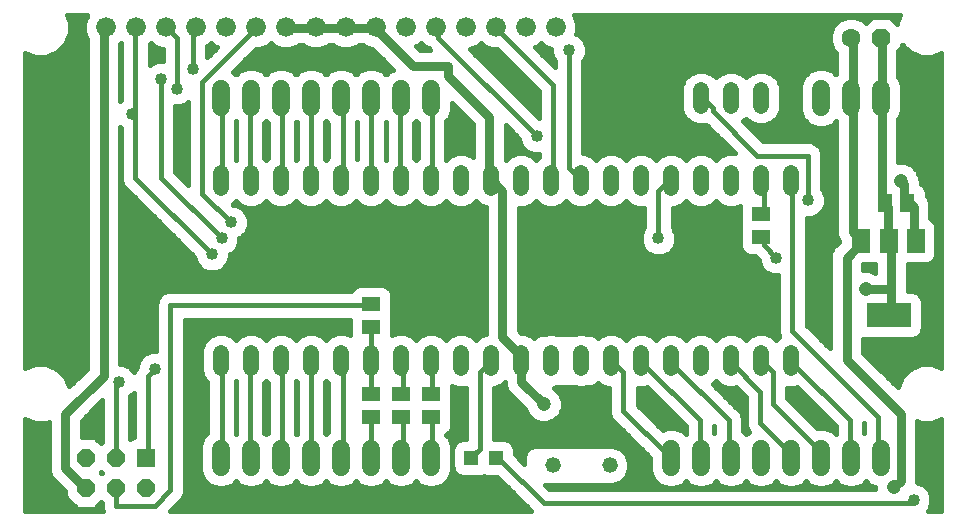
<source format=gtl>
G75*
G70*
%OFA0B0*%
%FSLAX24Y24*%
%IPPOS*%
%LPD*%
%AMOC8*
5,1,8,0,0,1.08239X$1,22.5*
%
%ADD10C,0.0520*%
%ADD11C,0.0660*%
%ADD12C,0.0520*%
%ADD13C,0.0600*%
%ADD14R,0.0472X0.0472*%
%ADD15R,0.0630X0.0512*%
%ADD16R,0.0600X0.0600*%
%ADD17OC8,0.0600*%
%ADD18OC8,0.0630*%
%ADD19C,0.0630*%
%ADD20R,0.0591X0.0787*%
%ADD21R,0.1496X0.0787*%
%ADD22R,0.0512X0.0591*%
%ADD23C,0.0315*%
%ADD24C,0.0475*%
%ADD25C,0.0157*%
%ADD26C,0.0400*%
%ADD27C,0.0160*%
D10*
X007181Y005522D02*
X007181Y006042D01*
X008181Y006042D02*
X008181Y005522D01*
X009181Y005522D02*
X009181Y006042D01*
X010181Y006042D02*
X010181Y005522D01*
X011181Y005522D02*
X011181Y006042D01*
X012181Y006042D02*
X012181Y005522D01*
X013181Y005522D02*
X013181Y006042D01*
X014181Y006042D02*
X014181Y005522D01*
X015181Y005522D02*
X015181Y006042D01*
X016181Y006042D02*
X016181Y005522D01*
X017181Y005522D02*
X017181Y006042D01*
X018181Y006042D02*
X018181Y005522D01*
X019181Y005522D02*
X019181Y006042D01*
X020181Y006042D02*
X020181Y005522D01*
X021181Y005522D02*
X021181Y006042D01*
X022181Y006042D02*
X022181Y005522D01*
X023181Y005522D02*
X023181Y006042D01*
X024181Y006042D02*
X024181Y005522D01*
X025181Y005522D02*
X025181Y006042D01*
X026181Y006042D02*
X026181Y005522D01*
X026181Y011522D02*
X026181Y012042D01*
X025181Y012042D02*
X025181Y011522D01*
X024181Y011522D02*
X024181Y012042D01*
X023181Y012042D02*
X023181Y011522D01*
X022181Y011522D02*
X022181Y012042D01*
X021181Y012042D02*
X021181Y011522D01*
X020181Y011522D02*
X020181Y012042D01*
X019181Y012042D02*
X019181Y011522D01*
X018181Y011522D02*
X018181Y012042D01*
X017181Y012042D02*
X017181Y011522D01*
X016181Y011522D02*
X016181Y012042D01*
X015181Y012042D02*
X015181Y011522D01*
X014181Y011522D02*
X014181Y012042D01*
X013181Y012042D02*
X013181Y011522D01*
X012181Y011522D02*
X012181Y012042D01*
X011181Y012042D02*
X011181Y011522D01*
X010181Y011522D02*
X010181Y012042D01*
X009181Y012042D02*
X009181Y011522D01*
X008181Y011522D02*
X008181Y012042D01*
X007181Y012042D02*
X007181Y011522D01*
X023181Y014272D02*
X023181Y014792D01*
X024181Y014792D02*
X024181Y014272D01*
X025181Y014272D02*
X025181Y014792D01*
D11*
X018333Y016885D03*
X017333Y016885D03*
X016333Y016885D03*
X015333Y016885D03*
X014333Y016885D03*
X013333Y016885D03*
X012333Y016885D03*
X011333Y016885D03*
X010333Y016885D03*
X009333Y016885D03*
X008333Y016885D03*
X007333Y016885D03*
X006333Y016885D03*
X005333Y016885D03*
X004333Y016885D03*
X003333Y016885D03*
D12*
X018231Y002282D03*
X020131Y002282D03*
D13*
X022181Y002232D02*
X022181Y002832D01*
X023181Y002832D02*
X023181Y002232D01*
X024181Y002232D02*
X024181Y002832D01*
X025181Y002832D02*
X025181Y002232D01*
X026181Y002232D02*
X026181Y002832D01*
X027181Y002832D02*
X027181Y002232D01*
X028181Y002232D02*
X028181Y002832D01*
X029181Y002832D02*
X029181Y002232D01*
X014181Y002232D02*
X014181Y002832D01*
X013181Y002832D02*
X013181Y002232D01*
X012181Y002232D02*
X012181Y002832D01*
X011181Y002832D02*
X011181Y002232D01*
X010181Y002232D02*
X010181Y002832D01*
X009181Y002832D02*
X009181Y002232D01*
X008181Y002232D02*
X008181Y002832D01*
X007181Y002832D02*
X007181Y002232D01*
X007181Y014232D02*
X007181Y014832D01*
X008181Y014832D02*
X008181Y014232D01*
X009181Y014232D02*
X009181Y014832D01*
X010181Y014832D02*
X010181Y014232D01*
X011181Y014232D02*
X011181Y014832D01*
X012181Y014832D02*
X012181Y014232D01*
X013181Y014232D02*
X013181Y014832D01*
X014181Y014832D02*
X014181Y014232D01*
X027181Y014232D02*
X027181Y014832D01*
X028181Y014832D02*
X028181Y014232D01*
X029181Y014232D02*
X029181Y014832D01*
D14*
X016345Y002532D03*
X015518Y002532D03*
D15*
X014181Y003908D03*
X013181Y003908D03*
X012181Y003908D03*
X012181Y004656D03*
X013181Y004656D03*
X014181Y004656D03*
X012181Y006908D03*
X012181Y007656D03*
X025181Y009908D03*
X025181Y010656D03*
D16*
X004681Y002532D03*
D17*
X003681Y002532D03*
X002681Y002532D03*
X002681Y001532D03*
X003681Y001532D03*
X004681Y001532D03*
D18*
X029181Y016532D03*
D19*
X028181Y016532D03*
D20*
X028526Y009772D03*
X029431Y009772D03*
X030337Y009772D03*
D21*
X029431Y007292D03*
D22*
X029307Y011032D03*
X030055Y011032D03*
D23*
X029945Y011125D01*
X029945Y011656D01*
X029839Y011763D01*
X029201Y011125D02*
X029307Y011032D01*
X029307Y011018D01*
X029414Y010912D01*
X029414Y009849D01*
X029431Y009772D01*
X029520Y009637D01*
X029520Y008148D01*
X028670Y008148D01*
X029520Y008148D02*
X029520Y007298D01*
X029431Y007292D01*
X028032Y005810D02*
X028032Y009211D01*
X028457Y009637D01*
X028526Y009772D01*
X028457Y009849D01*
X028244Y010062D01*
X028244Y014526D01*
X028181Y014532D01*
X028244Y014633D01*
X028244Y016440D01*
X028181Y016532D01*
X029181Y016532D02*
X029201Y016440D01*
X029201Y014633D01*
X029181Y014532D01*
X029201Y014420D01*
X029201Y011125D01*
X030055Y011032D02*
X030158Y011018D01*
X030264Y010912D01*
X030264Y009849D01*
X030337Y009772D01*
X028032Y005810D02*
X029839Y004003D01*
X029839Y001770D01*
X029626Y001558D01*
X017933Y004322D02*
X017189Y005066D01*
X017189Y005703D01*
X017181Y005782D01*
X017189Y005916D01*
X016551Y006554D01*
X016551Y011444D01*
X016233Y011763D01*
X016181Y011782D01*
X016126Y011869D01*
X016126Y013889D01*
X014744Y015270D01*
X014744Y015589D01*
X013575Y015589D01*
X012406Y016759D01*
X012333Y016885D01*
X012300Y016865D01*
X011449Y016865D01*
X011333Y016885D01*
X011237Y016865D01*
X010492Y016865D01*
X010333Y016885D01*
X010280Y016865D01*
X009429Y016865D01*
X009333Y016885D01*
X003333Y016885D02*
X003264Y016865D01*
X003264Y005278D01*
X001989Y004003D01*
X001989Y002196D01*
X002626Y001558D01*
X002681Y001532D01*
D24*
X017933Y004322D03*
X028670Y008148D03*
X029839Y011763D03*
X029626Y001558D03*
D25*
X030264Y001133D02*
X030264Y001026D01*
X017933Y001026D01*
X016445Y002514D01*
X016345Y002532D01*
X015807Y002833D02*
X015807Y005385D01*
X016126Y005703D01*
X016181Y005782D01*
X014213Y005703D02*
X014213Y004747D01*
X014181Y004656D01*
X013256Y004747D02*
X013181Y004656D01*
X013256Y004747D02*
X013256Y005703D01*
X013181Y005782D01*
X012193Y005810D02*
X012181Y005782D01*
X012193Y005703D01*
X012193Y004747D01*
X012181Y004656D01*
X012181Y003908D02*
X012193Y003896D01*
X012193Y002621D01*
X012181Y002532D01*
X011237Y002621D02*
X011181Y002532D01*
X011237Y002621D02*
X011237Y005703D01*
X011181Y005782D01*
X012193Y005810D02*
X012193Y006873D01*
X012181Y006908D01*
X012087Y007617D02*
X012181Y007656D01*
X012087Y007617D02*
X005496Y007617D01*
X005496Y001451D01*
X004965Y000920D01*
X003689Y000920D01*
X003689Y001451D01*
X003681Y001532D01*
X003681Y002532D02*
X003689Y002621D01*
X003689Y004959D01*
X003796Y005066D01*
X004752Y005278D02*
X004752Y002621D01*
X004681Y002532D01*
X007181Y002532D02*
X007197Y002621D01*
X007197Y005703D01*
X007181Y005782D01*
X008154Y005703D02*
X008181Y005782D01*
X008154Y005703D02*
X008154Y002621D01*
X008181Y002532D01*
X009181Y002532D02*
X009217Y002621D01*
X009217Y005703D01*
X009181Y005782D01*
X010174Y005703D02*
X010181Y005782D01*
X010174Y005703D02*
X010174Y002621D01*
X010181Y002532D01*
X013181Y002532D02*
X013256Y002621D01*
X013256Y003896D01*
X013181Y003908D01*
X014181Y003908D02*
X014213Y003896D01*
X014213Y002621D01*
X014181Y002532D01*
X015518Y002532D02*
X015595Y002621D01*
X015807Y002833D01*
X014213Y005703D02*
X014181Y005782D01*
X020181Y005782D02*
X020272Y005703D01*
X020591Y005385D01*
X020591Y004109D01*
X022079Y002621D01*
X022181Y002532D01*
X023142Y002621D02*
X023181Y002532D01*
X023142Y002621D02*
X023142Y003790D01*
X021229Y005703D01*
X021181Y005782D01*
X022181Y005782D02*
X022185Y005703D01*
X024099Y003790D01*
X024099Y002621D01*
X024181Y002532D01*
X025162Y003684D02*
X026118Y002727D01*
X026118Y002621D01*
X026181Y002532D01*
X027181Y002532D02*
X027181Y002727D01*
X025587Y004322D01*
X025587Y005385D01*
X025268Y005703D01*
X025181Y005782D01*
X026181Y005782D02*
X026225Y005703D01*
X028138Y003790D01*
X028138Y002621D01*
X028181Y002532D01*
X029095Y002621D02*
X029181Y002532D01*
X029095Y002621D02*
X029095Y003896D01*
X026225Y006766D01*
X026225Y011763D01*
X026181Y011782D01*
X026756Y011125D02*
X026756Y012613D01*
X025055Y012613D01*
X023567Y014101D01*
X023567Y014207D01*
X023248Y014526D01*
X023181Y014532D01*
X018784Y016121D02*
X018784Y012188D01*
X019103Y011869D01*
X019181Y011782D01*
X018252Y011869D02*
X018181Y011782D01*
X018252Y011869D02*
X018252Y014951D01*
X016339Y016865D01*
X016333Y016885D01*
X014426Y016865D02*
X014426Y016546D01*
X017721Y013251D01*
X014213Y014526D02*
X014213Y011869D01*
X014181Y011782D01*
X013181Y011782D02*
X013150Y011869D01*
X013150Y014526D01*
X013181Y014532D01*
X012193Y014526D02*
X012181Y014532D01*
X012193Y014526D02*
X012193Y011869D01*
X012181Y011782D01*
X011237Y011869D02*
X011181Y011782D01*
X011237Y011869D02*
X011237Y014526D01*
X011181Y014532D01*
X010181Y014532D02*
X010174Y014526D01*
X010174Y011869D01*
X010181Y011782D01*
X009217Y011869D02*
X009181Y011782D01*
X009217Y011869D02*
X009217Y014526D01*
X009181Y014532D01*
X008181Y014532D02*
X008154Y014526D01*
X008154Y011869D01*
X008181Y011782D01*
X007197Y011869D02*
X007181Y011782D01*
X007197Y011869D02*
X007197Y014526D01*
X007181Y014532D01*
X006559Y015058D02*
X008260Y016759D01*
X008260Y016865D01*
X008333Y016885D01*
X006333Y016885D02*
X006240Y016865D01*
X006240Y015483D01*
X006559Y015058D02*
X006559Y011337D01*
X007516Y010381D01*
X007197Y009849D02*
X005177Y011869D01*
X005177Y015164D01*
X005709Y014845D02*
X005709Y016546D01*
X005390Y016865D01*
X005333Y016885D01*
X004333Y016885D02*
X004327Y016865D01*
X004327Y014101D01*
X004221Y013995D01*
X004327Y013995D01*
X004327Y011869D01*
X006878Y009318D01*
X004965Y005491D02*
X004752Y005278D01*
X014181Y014532D02*
X014213Y014526D01*
X014426Y016865D02*
X014333Y016885D01*
X021760Y011444D02*
X022079Y011763D01*
X022181Y011782D01*
X021760Y011444D02*
X021760Y009849D01*
X025181Y009908D02*
X025268Y009849D01*
X025268Y009637D01*
X025693Y009211D01*
X025181Y010656D02*
X025268Y010700D01*
X025268Y011763D01*
X025181Y011782D01*
X024181Y005782D02*
X024205Y005703D01*
X025162Y004747D01*
X025162Y003684D01*
D26*
X030264Y001133D03*
X025693Y009211D03*
X026756Y011125D03*
X021760Y009849D03*
X017721Y013251D03*
X018784Y016121D03*
X007516Y010381D03*
X007197Y009849D03*
X006878Y009318D03*
X004965Y005491D03*
X003796Y005066D03*
X004221Y013995D03*
X005709Y014845D03*
X005177Y015164D03*
X006240Y015483D03*
D27*
X003242Y000762D02*
X000661Y000762D01*
X000661Y003837D01*
X000974Y003708D01*
X001361Y003708D01*
X001436Y003739D01*
X001436Y002086D01*
X001520Y001883D01*
X001676Y001727D01*
X001986Y001416D01*
X001986Y001244D01*
X002394Y000837D01*
X002969Y000837D01*
X003181Y001049D01*
X003216Y001015D01*
X003216Y000826D01*
X003242Y000762D01*
X003216Y000916D02*
X003048Y000916D01*
X002314Y000916D02*
X000661Y000916D01*
X000661Y001075D02*
X002156Y001075D01*
X001997Y001233D02*
X000661Y001233D01*
X000661Y001392D02*
X001986Y001392D01*
X001852Y001551D02*
X000661Y001551D01*
X000661Y001709D02*
X001694Y001709D01*
X001535Y001868D02*
X000661Y001868D01*
X000661Y002026D02*
X001461Y002026D01*
X001436Y002185D02*
X000661Y002185D01*
X000661Y002343D02*
X001436Y002343D01*
X001436Y002502D02*
X000661Y002502D01*
X000661Y002660D02*
X001436Y002660D01*
X001436Y002819D02*
X000661Y002819D01*
X000661Y002977D02*
X001436Y002977D01*
X001436Y003136D02*
X000661Y003136D01*
X000661Y003295D02*
X001436Y003295D01*
X001436Y003453D02*
X000661Y003453D01*
X000661Y003612D02*
X001436Y003612D01*
X000824Y003770D02*
X000661Y003770D01*
X002541Y003774D02*
X002541Y003227D01*
X002969Y003227D01*
X003181Y003015D01*
X003216Y003049D01*
X003216Y004449D01*
X002541Y003774D01*
X002541Y003770D02*
X003216Y003770D01*
X003216Y003612D02*
X002541Y003612D01*
X002541Y003453D02*
X003216Y003453D01*
X003216Y003295D02*
X002541Y003295D01*
X003060Y003136D02*
X003216Y003136D01*
X004163Y003169D02*
X004163Y004592D01*
X004279Y004707D01*
X004279Y003217D01*
X004163Y003169D01*
X004163Y003295D02*
X004279Y003295D01*
X004279Y003453D02*
X004163Y003453D01*
X004163Y003612D02*
X004279Y003612D01*
X004279Y003770D02*
X004163Y003770D01*
X004163Y003929D02*
X004279Y003929D01*
X004279Y004087D02*
X004163Y004087D01*
X004163Y004246D02*
X004279Y004246D01*
X004279Y004404D02*
X004163Y004404D01*
X004163Y004563D02*
X004279Y004563D01*
X003216Y004404D02*
X003171Y004404D01*
X003216Y004246D02*
X003013Y004246D01*
X002854Y004087D02*
X003216Y004087D01*
X003216Y003929D02*
X002696Y003929D01*
X002122Y004917D02*
X002712Y005507D01*
X002712Y016490D01*
X002608Y016740D01*
X002608Y017029D01*
X002718Y017295D01*
X002725Y017302D01*
X002047Y017302D01*
X002140Y017078D01*
X002140Y016691D01*
X001992Y016334D01*
X001718Y016060D01*
X001361Y015912D01*
X000974Y015912D01*
X000661Y016042D01*
X000661Y005522D01*
X000974Y005652D01*
X001361Y005652D01*
X001718Y005504D01*
X001992Y005230D01*
X002122Y004917D01*
X002071Y005039D02*
X002243Y005039D01*
X002402Y005197D02*
X002006Y005197D01*
X001867Y005356D02*
X002560Y005356D01*
X002712Y005514D02*
X001694Y005514D01*
X002712Y005673D02*
X000661Y005673D01*
X000661Y005831D02*
X002712Y005831D01*
X002712Y005990D02*
X000661Y005990D01*
X000661Y006148D02*
X002712Y006148D01*
X002712Y006307D02*
X000661Y006307D01*
X000661Y006465D02*
X002712Y006465D01*
X002712Y006624D02*
X000661Y006624D01*
X000661Y006782D02*
X002712Y006782D01*
X002712Y006941D02*
X000661Y006941D01*
X000661Y007100D02*
X002712Y007100D01*
X002712Y007258D02*
X000661Y007258D01*
X000661Y007417D02*
X002712Y007417D01*
X002712Y007575D02*
X000661Y007575D01*
X000661Y007734D02*
X002712Y007734D01*
X002712Y007892D02*
X000661Y007892D01*
X000661Y008051D02*
X002712Y008051D01*
X002712Y008209D02*
X000661Y008209D01*
X000661Y008368D02*
X002712Y008368D01*
X002712Y008526D02*
X000661Y008526D01*
X000661Y008685D02*
X002712Y008685D01*
X002712Y008844D02*
X000661Y008844D01*
X000661Y009002D02*
X002712Y009002D01*
X002712Y009161D02*
X000661Y009161D01*
X000661Y009319D02*
X002712Y009319D01*
X002712Y009478D02*
X000661Y009478D01*
X000661Y009636D02*
X002712Y009636D01*
X002712Y009795D02*
X000661Y009795D01*
X000661Y009953D02*
X002712Y009953D01*
X002712Y010112D02*
X000661Y010112D01*
X000661Y010270D02*
X002712Y010270D01*
X002712Y010429D02*
X000661Y010429D01*
X000661Y010588D02*
X002712Y010588D01*
X002712Y010746D02*
X000661Y010746D01*
X000661Y010905D02*
X002712Y010905D01*
X002712Y011063D02*
X000661Y011063D01*
X000661Y011222D02*
X002712Y011222D01*
X002712Y011380D02*
X000661Y011380D01*
X000661Y011539D02*
X002712Y011539D01*
X002712Y011697D02*
X000661Y011697D01*
X000661Y011856D02*
X002712Y011856D01*
X002712Y012014D02*
X000661Y012014D01*
X000661Y012173D02*
X002712Y012173D01*
X002712Y012331D02*
X000661Y012331D01*
X000661Y012490D02*
X002712Y012490D01*
X002712Y012649D02*
X000661Y012649D01*
X000661Y012807D02*
X002712Y012807D01*
X002712Y012966D02*
X000661Y012966D01*
X000661Y013124D02*
X002712Y013124D01*
X002712Y013283D02*
X000661Y013283D01*
X000661Y013441D02*
X002712Y013441D01*
X002712Y013600D02*
X000661Y013600D01*
X000661Y013758D02*
X002712Y013758D01*
X002712Y013917D02*
X000661Y013917D01*
X000661Y014075D02*
X002712Y014075D01*
X002712Y014234D02*
X000661Y014234D01*
X000661Y014393D02*
X002712Y014393D01*
X002712Y014551D02*
X000661Y014551D01*
X000661Y014710D02*
X002712Y014710D01*
X002712Y014868D02*
X000661Y014868D01*
X000661Y015027D02*
X002712Y015027D01*
X002712Y015185D02*
X000661Y015185D01*
X000661Y015344D02*
X002712Y015344D01*
X002712Y015502D02*
X000661Y015502D01*
X000661Y015661D02*
X002712Y015661D01*
X002712Y015819D02*
X000661Y015819D01*
X000661Y015978D02*
X000816Y015978D01*
X001519Y015978D02*
X002712Y015978D01*
X002712Y016137D02*
X001794Y016137D01*
X001953Y016295D02*
X002712Y016295D01*
X002712Y016454D02*
X002041Y016454D01*
X002107Y016612D02*
X002661Y016612D01*
X002608Y016771D02*
X002140Y016771D01*
X002140Y016929D02*
X002608Y016929D01*
X002632Y017088D02*
X002136Y017088D01*
X002070Y017246D02*
X002698Y017246D01*
X003816Y016343D02*
X003833Y016359D01*
X003853Y016339D01*
X003853Y014469D01*
X003816Y014432D01*
X003816Y016343D01*
X003816Y016295D02*
X003853Y016295D01*
X003853Y016137D02*
X003816Y016137D01*
X003816Y015978D02*
X003853Y015978D01*
X003853Y015819D02*
X003816Y015819D01*
X003816Y015661D02*
X003853Y015661D01*
X003853Y015502D02*
X003816Y015502D01*
X003816Y015344D02*
X003853Y015344D01*
X003853Y015185D02*
X003816Y015185D01*
X003816Y015027D02*
X003853Y015027D01*
X003853Y014868D02*
X003816Y014868D01*
X003816Y014710D02*
X003853Y014710D01*
X003853Y014551D02*
X003816Y014551D01*
X003816Y013558D02*
X003853Y013521D01*
X003853Y011775D01*
X003926Y011600D01*
X004059Y011467D01*
X006283Y009243D01*
X006283Y009199D01*
X006374Y008981D01*
X006541Y008813D01*
X006760Y008723D01*
X006997Y008723D01*
X007215Y008813D01*
X007383Y008981D01*
X007473Y009199D01*
X007473Y009320D01*
X007534Y009345D01*
X007701Y009512D01*
X007792Y009731D01*
X007792Y009851D01*
X007853Y009876D01*
X008020Y010044D01*
X008111Y010262D01*
X008111Y010499D01*
X008020Y010718D01*
X007853Y010885D01*
X007634Y010976D01*
X007591Y010976D01*
X007576Y010991D01*
X007681Y011096D01*
X007810Y010967D01*
X008051Y010867D01*
X008312Y010867D01*
X008552Y010967D01*
X008681Y011096D01*
X008810Y010967D01*
X009051Y010867D01*
X009312Y010867D01*
X009552Y010967D01*
X009681Y011096D01*
X009810Y010967D01*
X010051Y010867D01*
X010312Y010867D01*
X010552Y010967D01*
X010681Y011096D01*
X010810Y010967D01*
X011051Y010867D01*
X011312Y010867D01*
X011552Y010967D01*
X011681Y011096D01*
X011810Y010967D01*
X012051Y010867D01*
X012312Y010867D01*
X012552Y010967D01*
X012681Y011096D01*
X012810Y010967D01*
X013051Y010867D01*
X013312Y010867D01*
X013552Y010967D01*
X013681Y011096D01*
X013810Y010967D01*
X014051Y010867D01*
X014312Y010867D01*
X014552Y010967D01*
X014681Y011096D01*
X014810Y010967D01*
X015051Y010867D01*
X015312Y010867D01*
X015552Y010967D01*
X015681Y011096D01*
X015810Y010967D01*
X015999Y010889D01*
X015999Y006676D01*
X015810Y006597D01*
X015681Y006468D01*
X015552Y006597D01*
X015312Y006697D01*
X015051Y006697D01*
X014810Y006597D01*
X014681Y006468D01*
X014552Y006597D01*
X014312Y006697D01*
X014051Y006697D01*
X013810Y006597D01*
X013681Y006468D01*
X013552Y006597D01*
X013312Y006697D01*
X013051Y006697D01*
X012891Y006631D01*
X012891Y007243D01*
X012875Y007282D01*
X012891Y007322D01*
X012891Y007991D01*
X012831Y008136D01*
X012720Y008247D01*
X012575Y008307D01*
X011788Y008307D01*
X011643Y008247D01*
X011532Y008136D01*
X011513Y008091D01*
X005591Y008091D01*
X005402Y008091D01*
X005228Y008018D01*
X005095Y007885D01*
X005023Y007711D01*
X005023Y006086D01*
X004846Y006086D01*
X004628Y005995D01*
X004461Y005828D01*
X004370Y005609D01*
X004370Y005566D01*
X004351Y005547D01*
X004294Y005409D01*
X004133Y005570D01*
X003914Y005661D01*
X003816Y005661D01*
X003816Y013558D01*
X003816Y013441D02*
X003853Y013441D01*
X003853Y013283D02*
X003816Y013283D01*
X003816Y013124D02*
X003853Y013124D01*
X003853Y012966D02*
X003816Y012966D01*
X003816Y012807D02*
X003853Y012807D01*
X003853Y012649D02*
X003816Y012649D01*
X003816Y012490D02*
X003853Y012490D01*
X003853Y012331D02*
X003816Y012331D01*
X003816Y012173D02*
X003853Y012173D01*
X003853Y012014D02*
X003816Y012014D01*
X003816Y011856D02*
X003853Y011856D01*
X003885Y011697D02*
X003816Y011697D01*
X003816Y011539D02*
X003987Y011539D01*
X004146Y011380D02*
X003816Y011380D01*
X003816Y011222D02*
X004304Y011222D01*
X004463Y011063D02*
X003816Y011063D01*
X003816Y010905D02*
X004621Y010905D01*
X004780Y010746D02*
X003816Y010746D01*
X003816Y010588D02*
X004938Y010588D01*
X005097Y010429D02*
X003816Y010429D01*
X003816Y010270D02*
X005256Y010270D01*
X005414Y010112D02*
X003816Y010112D01*
X003816Y009953D02*
X005573Y009953D01*
X005731Y009795D02*
X003816Y009795D01*
X003816Y009636D02*
X005890Y009636D01*
X006048Y009478D02*
X003816Y009478D01*
X003816Y009319D02*
X006207Y009319D01*
X006299Y009161D02*
X003816Y009161D01*
X003816Y009002D02*
X006365Y009002D01*
X006511Y008844D02*
X003816Y008844D01*
X003816Y008685D02*
X015999Y008685D01*
X015999Y008526D02*
X003816Y008526D01*
X003816Y008368D02*
X015999Y008368D01*
X015999Y008209D02*
X012758Y008209D01*
X012866Y008051D02*
X015999Y008051D01*
X015999Y007892D02*
X012891Y007892D01*
X012891Y007734D02*
X015999Y007734D01*
X015999Y007575D02*
X012891Y007575D01*
X012891Y007417D02*
X015999Y007417D01*
X015999Y007258D02*
X012885Y007258D01*
X012891Y007100D02*
X015999Y007100D01*
X015999Y006941D02*
X012891Y006941D01*
X012891Y006782D02*
X015999Y006782D01*
X015874Y006624D02*
X015488Y006624D01*
X014874Y006624D02*
X014488Y006624D01*
X013874Y006624D02*
X013488Y006624D01*
X011471Y006631D02*
X011312Y006697D01*
X011051Y006697D01*
X010810Y006597D01*
X010681Y006468D01*
X010552Y006597D01*
X010312Y006697D01*
X010051Y006697D01*
X009810Y006597D01*
X009681Y006468D01*
X009552Y006597D01*
X009312Y006697D01*
X009051Y006697D01*
X008810Y006597D01*
X008681Y006468D01*
X008552Y006597D01*
X008312Y006697D01*
X008051Y006697D01*
X007810Y006597D01*
X007681Y006468D01*
X007552Y006597D01*
X007312Y006697D01*
X007051Y006697D01*
X006810Y006597D01*
X006626Y006413D01*
X006526Y006172D01*
X006526Y005392D01*
X006626Y005151D01*
X006723Y005054D01*
X006723Y003357D01*
X006592Y003226D01*
X006486Y002970D01*
X006486Y002094D01*
X006592Y001839D01*
X006788Y001643D01*
X007043Y001537D01*
X007320Y001537D01*
X007575Y001643D01*
X007681Y001749D01*
X007788Y001643D01*
X008043Y001537D01*
X008320Y001537D01*
X008575Y001643D01*
X008681Y001749D01*
X008788Y001643D01*
X009043Y001537D01*
X009320Y001537D01*
X009575Y001643D01*
X009681Y001749D01*
X009788Y001643D01*
X010043Y001537D01*
X010320Y001537D01*
X010575Y001643D01*
X010681Y001749D01*
X010788Y001643D01*
X011043Y001537D01*
X011320Y001537D01*
X011575Y001643D01*
X011681Y001749D01*
X011788Y001643D01*
X012043Y001537D01*
X012320Y001537D01*
X012575Y001643D01*
X012681Y001749D01*
X012788Y001643D01*
X013043Y001537D01*
X013320Y001537D01*
X013575Y001643D01*
X013681Y001749D01*
X013788Y001643D01*
X014043Y001537D01*
X014320Y001537D01*
X014575Y001643D01*
X014771Y001839D01*
X014876Y002094D01*
X014876Y002970D01*
X014771Y003226D01*
X014691Y003305D01*
X014720Y003317D01*
X014831Y003429D01*
X014891Y003574D01*
X014891Y004243D01*
X014875Y004282D01*
X014891Y004322D01*
X014891Y004933D01*
X015051Y004867D01*
X015312Y004867D01*
X015334Y004876D01*
X015334Y003163D01*
X015203Y003163D01*
X015058Y003103D01*
X014947Y002992D01*
X014887Y002847D01*
X014887Y002217D01*
X014947Y002072D01*
X015058Y001961D01*
X015203Y001901D01*
X015833Y001901D01*
X015931Y001942D01*
X016030Y001901D01*
X016389Y001901D01*
X017528Y000762D01*
X005477Y000762D01*
X005898Y001183D01*
X005970Y001357D01*
X005970Y001546D01*
X005970Y007143D01*
X011471Y007143D01*
X011471Y006631D01*
X011471Y006782D02*
X005970Y006782D01*
X005970Y006624D02*
X006874Y006624D01*
X006678Y006465D02*
X005970Y006465D01*
X005970Y006307D02*
X006582Y006307D01*
X006526Y006148D02*
X005970Y006148D01*
X005970Y005990D02*
X006526Y005990D01*
X006526Y005831D02*
X005970Y005831D01*
X005970Y005673D02*
X006526Y005673D01*
X006526Y005514D02*
X005970Y005514D01*
X005970Y005356D02*
X006541Y005356D01*
X006607Y005197D02*
X005970Y005197D01*
X005970Y005039D02*
X006723Y005039D01*
X006723Y004880D02*
X005970Y004880D01*
X005970Y004721D02*
X006723Y004721D01*
X006723Y004563D02*
X005970Y004563D01*
X005970Y004404D02*
X006723Y004404D01*
X006723Y004246D02*
X005970Y004246D01*
X005970Y004087D02*
X006723Y004087D01*
X006723Y003929D02*
X005970Y003929D01*
X005970Y003770D02*
X006723Y003770D01*
X006723Y003612D02*
X005970Y003612D01*
X005970Y003453D02*
X006723Y003453D01*
X006661Y003295D02*
X005970Y003295D01*
X005970Y003136D02*
X006555Y003136D01*
X006489Y002977D02*
X005970Y002977D01*
X005970Y002819D02*
X006486Y002819D01*
X006486Y002660D02*
X005970Y002660D01*
X005970Y002502D02*
X006486Y002502D01*
X006486Y002343D02*
X005970Y002343D01*
X005970Y002185D02*
X006486Y002185D01*
X006514Y002026D02*
X005970Y002026D01*
X005970Y001868D02*
X006580Y001868D01*
X006722Y001709D02*
X005970Y001709D01*
X005970Y001551D02*
X007011Y001551D01*
X007352Y001551D02*
X008011Y001551D01*
X007722Y001709D02*
X007641Y001709D01*
X008352Y001551D02*
X009011Y001551D01*
X008722Y001709D02*
X008641Y001709D01*
X009352Y001551D02*
X010011Y001551D01*
X009722Y001709D02*
X009641Y001709D01*
X010352Y001551D02*
X011011Y001551D01*
X010722Y001709D02*
X010641Y001709D01*
X011352Y001551D02*
X012011Y001551D01*
X011722Y001709D02*
X011641Y001709D01*
X012352Y001551D02*
X013011Y001551D01*
X012722Y001709D02*
X012641Y001709D01*
X013352Y001551D02*
X014011Y001551D01*
X013722Y001709D02*
X013641Y001709D01*
X014352Y001551D02*
X016739Y001551D01*
X016581Y001709D02*
X014641Y001709D01*
X014783Y001868D02*
X016422Y001868D01*
X016898Y001392D02*
X005970Y001392D01*
X005919Y001233D02*
X017056Y001233D01*
X017215Y001075D02*
X005790Y001075D01*
X005631Y000916D02*
X017373Y000916D01*
X017992Y001637D02*
X018130Y001500D01*
X028994Y001500D01*
X028994Y001558D01*
X028788Y001643D01*
X028681Y001749D01*
X028575Y001643D01*
X028320Y001537D01*
X028043Y001537D01*
X027788Y001643D01*
X027681Y001749D01*
X027575Y001643D01*
X027320Y001537D01*
X027043Y001537D01*
X026788Y001643D01*
X026681Y001749D01*
X026575Y001643D01*
X026320Y001537D01*
X026043Y001537D01*
X025788Y001643D01*
X025681Y001749D01*
X025575Y001643D01*
X025320Y001537D01*
X025043Y001537D01*
X024788Y001643D01*
X024681Y001749D01*
X024575Y001643D01*
X024320Y001537D01*
X024043Y001537D01*
X023788Y001643D01*
X023681Y001749D01*
X023575Y001643D01*
X023320Y001537D01*
X023043Y001537D01*
X022788Y001643D01*
X022681Y001749D01*
X022575Y001643D01*
X022320Y001537D01*
X022043Y001537D01*
X021788Y001643D01*
X021592Y001839D01*
X021486Y002094D01*
X021486Y002543D01*
X020189Y003841D01*
X020117Y004015D01*
X020117Y004203D01*
X020117Y004867D01*
X020051Y004867D01*
X019810Y004967D01*
X019743Y005035D01*
X019655Y004947D01*
X019510Y004887D01*
X019360Y004887D01*
X019312Y004867D01*
X019051Y004867D01*
X019003Y004887D01*
X018360Y004887D01*
X018312Y004867D01*
X018269Y004867D01*
X018292Y004858D01*
X018470Y004680D01*
X018566Y004447D01*
X018566Y004196D01*
X018470Y003963D01*
X018292Y003785D01*
X018059Y003689D01*
X017808Y003689D01*
X017575Y003785D01*
X017397Y003963D01*
X017317Y004156D01*
X016876Y004597D01*
X016721Y004753D01*
X016637Y004956D01*
X016637Y005051D01*
X016552Y004967D01*
X016312Y004867D01*
X016281Y004867D01*
X016281Y003163D01*
X016660Y003163D01*
X016805Y003103D01*
X016916Y002992D01*
X016976Y002847D01*
X016976Y002654D01*
X017286Y002343D01*
X017286Y002343D01*
X017286Y002611D01*
X017347Y002756D01*
X017458Y002867D01*
X017603Y002927D01*
X018077Y002927D01*
X018101Y002937D01*
X018362Y002937D01*
X018386Y002927D01*
X019977Y002927D01*
X020001Y002937D01*
X020262Y002937D01*
X020502Y002837D01*
X020687Y002653D01*
X020786Y002412D01*
X020786Y002152D01*
X020687Y001911D01*
X020502Y001727D01*
X020262Y001627D01*
X020001Y001627D01*
X019977Y001637D01*
X018386Y001637D01*
X018362Y001627D01*
X018101Y001627D01*
X018077Y001637D01*
X017992Y001637D01*
X018079Y001551D02*
X022011Y001551D01*
X021722Y001709D02*
X020459Y001709D01*
X020643Y001868D02*
X021580Y001868D01*
X021514Y002026D02*
X020734Y002026D01*
X020786Y002185D02*
X021486Y002185D01*
X021486Y002343D02*
X020786Y002343D01*
X020749Y002502D02*
X021486Y002502D01*
X021370Y002660D02*
X020679Y002660D01*
X020521Y002819D02*
X021211Y002819D01*
X021052Y002977D02*
X016922Y002977D01*
X016976Y002819D02*
X017410Y002819D01*
X017307Y002660D02*
X016976Y002660D01*
X017128Y002502D02*
X017286Y002502D01*
X016726Y003136D02*
X020894Y003136D01*
X020735Y003295D02*
X016281Y003295D01*
X016281Y003453D02*
X020577Y003453D01*
X020418Y003612D02*
X016281Y003612D01*
X016281Y003770D02*
X017612Y003770D01*
X017432Y003929D02*
X016281Y003929D01*
X016281Y004087D02*
X017346Y004087D01*
X017228Y004246D02*
X016281Y004246D01*
X016281Y004404D02*
X017069Y004404D01*
X016911Y004563D02*
X016281Y004563D01*
X016281Y004721D02*
X016752Y004721D01*
X016668Y004880D02*
X016342Y004880D01*
X016624Y005039D02*
X016637Y005039D01*
X015334Y004721D02*
X014891Y004721D01*
X014891Y004563D02*
X015334Y004563D01*
X015334Y004404D02*
X014891Y004404D01*
X014890Y004246D02*
X015334Y004246D01*
X015334Y004087D02*
X014891Y004087D01*
X014891Y003929D02*
X015334Y003929D01*
X015334Y003770D02*
X014891Y003770D01*
X014891Y003612D02*
X015334Y003612D01*
X015334Y003453D02*
X014841Y003453D01*
X014702Y003295D02*
X015334Y003295D01*
X015137Y003136D02*
X014808Y003136D01*
X014873Y002977D02*
X014941Y002977D01*
X014887Y002819D02*
X014876Y002819D01*
X014876Y002660D02*
X014887Y002660D01*
X014876Y002502D02*
X014887Y002502D01*
X014876Y002343D02*
X014887Y002343D01*
X014876Y002185D02*
X014900Y002185D01*
X014848Y002026D02*
X014993Y002026D01*
X018255Y003770D02*
X020260Y003770D01*
X020153Y003929D02*
X018435Y003929D01*
X018521Y004087D02*
X020117Y004087D01*
X020117Y004246D02*
X018566Y004246D01*
X018566Y004404D02*
X020117Y004404D01*
X020117Y004563D02*
X018518Y004563D01*
X018428Y004721D02*
X020117Y004721D01*
X020020Y004880D02*
X019342Y004880D01*
X019020Y004880D02*
X018342Y004880D01*
X017620Y006530D02*
X017552Y006597D01*
X017312Y006697D01*
X017189Y006697D01*
X017104Y006783D01*
X017104Y010867D01*
X017312Y010867D01*
X017552Y010967D01*
X017681Y011096D01*
X017810Y010967D01*
X018051Y010867D01*
X018312Y010867D01*
X018552Y010967D01*
X018681Y011096D01*
X018810Y010967D01*
X019051Y010867D01*
X019312Y010867D01*
X019552Y010967D01*
X019681Y011096D01*
X019810Y010967D01*
X020051Y010867D01*
X020312Y010867D01*
X020552Y010967D01*
X020681Y011096D01*
X020810Y010967D01*
X021051Y010867D01*
X021286Y010867D01*
X021286Y010217D01*
X021256Y010186D01*
X021165Y009967D01*
X021165Y009731D01*
X021256Y009512D01*
X021423Y009345D01*
X021642Y009254D01*
X021879Y009254D01*
X022097Y009345D01*
X022264Y009512D01*
X022355Y009731D01*
X022355Y009967D01*
X022264Y010186D01*
X022234Y010217D01*
X022234Y010867D01*
X022312Y010867D01*
X022552Y010967D01*
X022681Y011096D01*
X022810Y010967D01*
X023051Y010867D01*
X023312Y010867D01*
X023552Y010967D01*
X023681Y011096D01*
X023810Y010967D01*
X024051Y010867D01*
X024312Y010867D01*
X024471Y010933D01*
X024471Y010322D01*
X024488Y010282D01*
X024471Y010243D01*
X024471Y009574D01*
X024532Y009429D01*
X024643Y009317D01*
X024788Y009257D01*
X024977Y009257D01*
X025000Y009235D01*
X025098Y009136D01*
X025098Y009093D01*
X025189Y008874D01*
X025356Y008707D01*
X025575Y008616D01*
X025751Y008616D01*
X025751Y006861D01*
X025751Y006672D01*
X025790Y006577D01*
X025681Y006468D01*
X025552Y006597D01*
X025312Y006697D01*
X025051Y006697D01*
X024810Y006597D01*
X024681Y006468D01*
X024552Y006597D01*
X024312Y006697D01*
X024051Y006697D01*
X023810Y006597D01*
X023681Y006468D01*
X023552Y006597D01*
X023312Y006697D01*
X023051Y006697D01*
X022810Y006597D01*
X022681Y006468D01*
X022552Y006597D01*
X022312Y006697D01*
X022051Y006697D01*
X021810Y006597D01*
X021681Y006468D01*
X021552Y006597D01*
X021312Y006697D01*
X021051Y006697D01*
X020810Y006597D01*
X020681Y006468D01*
X020552Y006597D01*
X020312Y006697D01*
X020051Y006697D01*
X019810Y006597D01*
X019743Y006530D01*
X019655Y006617D01*
X019510Y006677D01*
X019360Y006677D01*
X019312Y006697D01*
X019051Y006697D01*
X019003Y006677D01*
X018360Y006677D01*
X018312Y006697D01*
X018051Y006697D01*
X018003Y006677D01*
X017853Y006677D01*
X017708Y006617D01*
X017620Y006530D01*
X017724Y006624D02*
X017488Y006624D01*
X017104Y006782D02*
X025751Y006782D01*
X025751Y006941D02*
X017104Y006941D01*
X017104Y007100D02*
X025751Y007100D01*
X025751Y007258D02*
X017104Y007258D01*
X017104Y007417D02*
X025751Y007417D01*
X025751Y007575D02*
X017104Y007575D01*
X017104Y007734D02*
X025751Y007734D01*
X025751Y007892D02*
X017104Y007892D01*
X017104Y008051D02*
X025751Y008051D01*
X025751Y008209D02*
X017104Y008209D01*
X017104Y008368D02*
X025751Y008368D01*
X025751Y008526D02*
X017104Y008526D01*
X017104Y008685D02*
X025409Y008685D01*
X025220Y008844D02*
X017104Y008844D01*
X017104Y009002D02*
X025136Y009002D01*
X025074Y009161D02*
X017104Y009161D01*
X017104Y009319D02*
X021485Y009319D01*
X021290Y009478D02*
X017104Y009478D01*
X017104Y009636D02*
X021204Y009636D01*
X021165Y009795D02*
X017104Y009795D01*
X017104Y009953D02*
X021165Y009953D01*
X021225Y010112D02*
X017104Y010112D01*
X017104Y010270D02*
X021286Y010270D01*
X021286Y010429D02*
X017104Y010429D01*
X017104Y010588D02*
X021286Y010588D01*
X021286Y010746D02*
X017104Y010746D01*
X017402Y010905D02*
X017961Y010905D01*
X017714Y011063D02*
X017649Y011063D01*
X018402Y010905D02*
X018961Y010905D01*
X018714Y011063D02*
X018649Y011063D01*
X019402Y010905D02*
X019961Y010905D01*
X019714Y011063D02*
X019649Y011063D01*
X020402Y010905D02*
X020961Y010905D01*
X020714Y011063D02*
X020649Y011063D01*
X022234Y010746D02*
X024471Y010746D01*
X024471Y010588D02*
X022234Y010588D01*
X022234Y010429D02*
X024471Y010429D01*
X024483Y010270D02*
X022234Y010270D01*
X022295Y010112D02*
X024471Y010112D01*
X024471Y009953D02*
X022355Y009953D01*
X022355Y009795D02*
X024471Y009795D01*
X024471Y009636D02*
X022316Y009636D01*
X022230Y009478D02*
X024511Y009478D01*
X024641Y009319D02*
X022035Y009319D01*
X022402Y010905D02*
X022961Y010905D01*
X022714Y011063D02*
X022649Y011063D01*
X023402Y010905D02*
X023961Y010905D01*
X023714Y011063D02*
X023649Y011063D01*
X024402Y010905D02*
X024471Y010905D01*
X026698Y010530D02*
X026698Y006963D01*
X027479Y006182D01*
X027479Y009101D01*
X027479Y009321D01*
X027563Y009524D01*
X027782Y009743D01*
X027776Y009749D01*
X027692Y009952D01*
X027692Y013739D01*
X027681Y013749D01*
X027575Y013643D01*
X027320Y013537D01*
X027043Y013537D01*
X026788Y013643D01*
X026592Y013839D01*
X026486Y014094D01*
X026486Y014970D01*
X026592Y015226D01*
X026788Y015421D01*
X027043Y015527D01*
X027320Y015527D01*
X027575Y015421D01*
X027681Y015315D01*
X027692Y015326D01*
X027692Y016018D01*
X027580Y016130D01*
X027471Y016391D01*
X027471Y016673D01*
X027580Y016934D01*
X027779Y017134D01*
X028040Y017242D01*
X028323Y017242D01*
X028584Y017134D01*
X028681Y017036D01*
X028887Y017242D01*
X029475Y017242D01*
X029723Y016994D01*
X029723Y017078D01*
X029816Y017302D01*
X018941Y017302D01*
X018948Y017295D01*
X019058Y017029D01*
X019058Y016740D01*
X019026Y016664D01*
X019121Y016625D01*
X019288Y016458D01*
X019379Y016239D01*
X019379Y016002D01*
X019288Y015784D01*
X019257Y015753D01*
X019257Y012697D01*
X019312Y012697D01*
X019552Y012597D01*
X019681Y012468D01*
X019810Y012597D01*
X020051Y012697D01*
X020312Y012697D01*
X020552Y012597D01*
X020681Y012468D01*
X020810Y012597D01*
X021051Y012697D01*
X021312Y012697D01*
X021552Y012597D01*
X021681Y012468D01*
X021810Y012597D01*
X022051Y012697D01*
X022312Y012697D01*
X022552Y012597D01*
X022681Y012468D01*
X022810Y012597D01*
X023051Y012697D01*
X023312Y012697D01*
X023552Y012597D01*
X023681Y012468D01*
X023810Y012597D01*
X024051Y012697D01*
X024301Y012697D01*
X023361Y013638D01*
X023312Y013617D01*
X023051Y013617D01*
X022810Y013717D01*
X022626Y013901D01*
X022526Y014142D01*
X022526Y014922D01*
X022626Y015163D01*
X022810Y015347D01*
X023051Y015447D01*
X023312Y015447D01*
X023552Y015347D01*
X023681Y015218D01*
X023810Y015347D01*
X024051Y015447D01*
X024312Y015447D01*
X024552Y015347D01*
X024681Y015218D01*
X024810Y015347D01*
X025051Y015447D01*
X025312Y015447D01*
X025552Y015347D01*
X025737Y015163D01*
X025836Y014922D01*
X025836Y014142D01*
X025737Y013901D01*
X025552Y013717D01*
X025312Y013617D01*
X025051Y013617D01*
X024810Y013717D01*
X024681Y013846D01*
X024587Y013751D01*
X025252Y013087D01*
X026662Y013087D01*
X026850Y013087D01*
X027025Y013014D01*
X027158Y012881D01*
X027230Y012707D01*
X027230Y011492D01*
X027261Y011462D01*
X027351Y011243D01*
X027351Y011006D01*
X027261Y010788D01*
X027093Y010620D01*
X026875Y010530D01*
X026698Y010530D01*
X026698Y010429D02*
X027692Y010429D01*
X027692Y010588D02*
X027014Y010588D01*
X027219Y010746D02*
X027692Y010746D01*
X027692Y010905D02*
X027309Y010905D01*
X027351Y011063D02*
X027692Y011063D01*
X027692Y011222D02*
X027351Y011222D01*
X027294Y011380D02*
X027692Y011380D01*
X027692Y011539D02*
X027230Y011539D01*
X027230Y011697D02*
X027692Y011697D01*
X027692Y011856D02*
X027230Y011856D01*
X027230Y012014D02*
X027692Y012014D01*
X027692Y012173D02*
X027230Y012173D01*
X027230Y012331D02*
X027692Y012331D01*
X027692Y012490D02*
X027230Y012490D01*
X027230Y012649D02*
X027692Y012649D01*
X027692Y012807D02*
X027188Y012807D01*
X027073Y012966D02*
X027692Y012966D01*
X027692Y013124D02*
X025214Y013124D01*
X025055Y013283D02*
X027692Y013283D01*
X027692Y013441D02*
X024897Y013441D01*
X024738Y013600D02*
X026892Y013600D01*
X026672Y013758D02*
X025594Y013758D01*
X025743Y013917D02*
X026560Y013917D01*
X026494Y014075D02*
X025809Y014075D01*
X025836Y014234D02*
X026486Y014234D01*
X026486Y014393D02*
X025836Y014393D01*
X025836Y014551D02*
X026486Y014551D01*
X026486Y014710D02*
X025836Y014710D01*
X025836Y014868D02*
X026486Y014868D01*
X026510Y015027D02*
X025793Y015027D01*
X025715Y015185D02*
X026575Y015185D01*
X026710Y015344D02*
X025556Y015344D01*
X024807Y015344D02*
X024556Y015344D01*
X023807Y015344D02*
X023556Y015344D01*
X022807Y015344D02*
X019257Y015344D01*
X019257Y015502D02*
X026983Y015502D01*
X027379Y015502D02*
X027692Y015502D01*
X027692Y015344D02*
X027653Y015344D01*
X027692Y015661D02*
X019257Y015661D01*
X019303Y015819D02*
X027692Y015819D01*
X027692Y015978D02*
X019369Y015978D01*
X019379Y016137D02*
X027577Y016137D01*
X027511Y016295D02*
X019356Y016295D01*
X019290Y016454D02*
X027471Y016454D01*
X027471Y016612D02*
X019134Y016612D01*
X019058Y016771D02*
X027512Y016771D01*
X027577Y016929D02*
X019058Y016929D01*
X019034Y017088D02*
X027733Y017088D01*
X028630Y017088D02*
X028733Y017088D01*
X029630Y017088D02*
X029727Y017088D01*
X029793Y017246D02*
X018968Y017246D01*
X017922Y016270D02*
X017833Y016359D01*
X017744Y016270D01*
X017645Y016229D01*
X018310Y015564D01*
X018310Y015753D01*
X018279Y015784D01*
X018189Y016002D01*
X018189Y016160D01*
X018189Y016160D01*
X017922Y016270D01*
X017897Y016295D02*
X017769Y016295D01*
X017737Y016137D02*
X018189Y016137D01*
X018199Y015978D02*
X017896Y015978D01*
X018054Y015819D02*
X018265Y015819D01*
X018310Y015661D02*
X018213Y015661D01*
X017349Y015185D02*
X016456Y015185D01*
X016615Y015027D02*
X017507Y015027D01*
X017666Y014868D02*
X016773Y014868D01*
X016932Y014710D02*
X017779Y014710D01*
X017779Y014755D02*
X017779Y013863D01*
X015480Y016161D01*
X015744Y016270D01*
X015833Y016359D01*
X015922Y016270D01*
X016189Y016160D01*
X016374Y016160D01*
X017779Y014755D01*
X017779Y014551D02*
X017090Y014551D01*
X017249Y014393D02*
X017779Y014393D01*
X017779Y014234D02*
X017407Y014234D01*
X017566Y014075D02*
X017779Y014075D01*
X017779Y013917D02*
X017724Y013917D01*
X017126Y013176D02*
X016679Y013623D01*
X016679Y012471D01*
X016681Y012468D01*
X016810Y012597D01*
X017051Y012697D01*
X017312Y012697D01*
X017552Y012597D01*
X017681Y012468D01*
X017779Y012566D01*
X017779Y012656D01*
X017602Y012656D01*
X017384Y012746D01*
X017216Y012914D01*
X017126Y013132D01*
X017126Y013176D01*
X017129Y013124D02*
X016679Y013124D01*
X016679Y012966D02*
X017195Y012966D01*
X017323Y012807D02*
X016679Y012807D01*
X016679Y012649D02*
X016934Y012649D01*
X016703Y012490D02*
X016679Y012490D01*
X017429Y012649D02*
X017779Y012649D01*
X017703Y012490D02*
X017660Y012490D01*
X017019Y013283D02*
X016679Y013283D01*
X016679Y013441D02*
X016860Y013441D01*
X016702Y013600D02*
X016679Y013600D01*
X015574Y013600D02*
X014687Y013600D01*
X014687Y013755D02*
X014771Y013839D01*
X014876Y014094D01*
X014876Y014357D01*
X015574Y013660D01*
X015574Y012576D01*
X015552Y012597D01*
X015312Y012697D01*
X015051Y012697D01*
X014810Y012597D01*
X014687Y012474D01*
X014687Y013755D01*
X014690Y013758D02*
X015475Y013758D01*
X015317Y013917D02*
X014803Y013917D01*
X014869Y014075D02*
X015158Y014075D01*
X014999Y014234D02*
X014876Y014234D01*
X013739Y013692D02*
X013739Y012526D01*
X013681Y012468D01*
X013624Y012526D01*
X013624Y013692D01*
X013681Y013749D01*
X013739Y013692D01*
X013739Y013600D02*
X013624Y013600D01*
X013624Y013441D02*
X013739Y013441D01*
X013739Y013283D02*
X013624Y013283D01*
X013624Y013124D02*
X013739Y013124D01*
X013739Y012966D02*
X013624Y012966D01*
X013624Y012807D02*
X013739Y012807D01*
X013739Y012649D02*
X013624Y012649D01*
X013660Y012490D02*
X013703Y012490D01*
X014687Y012490D02*
X014703Y012490D01*
X014687Y012649D02*
X014934Y012649D01*
X014687Y012807D02*
X015574Y012807D01*
X015574Y012649D02*
X015429Y012649D01*
X015574Y012966D02*
X014687Y012966D01*
X014687Y013124D02*
X015574Y013124D01*
X015574Y013283D02*
X014687Y013283D01*
X014687Y013441D02*
X015574Y013441D01*
X012676Y013441D02*
X012667Y013441D01*
X012667Y013283D02*
X012676Y013283D01*
X012667Y013124D02*
X012676Y013124D01*
X012667Y012966D02*
X012676Y012966D01*
X012667Y012807D02*
X012676Y012807D01*
X012667Y012649D02*
X012676Y012649D01*
X012667Y012490D02*
X012676Y012490D01*
X012667Y012483D02*
X012676Y012474D01*
X012676Y013744D01*
X012667Y013735D01*
X012667Y012483D01*
X011720Y012507D02*
X011710Y012497D01*
X011710Y013721D01*
X011720Y013711D01*
X011720Y012507D01*
X011710Y012649D02*
X011720Y012649D01*
X011710Y012807D02*
X011720Y012807D01*
X011710Y012966D02*
X011720Y012966D01*
X011710Y013124D02*
X011720Y013124D01*
X011710Y013283D02*
X011720Y013283D01*
X011710Y013441D02*
X011720Y013441D01*
X011710Y013600D02*
X011720Y013600D01*
X012667Y013600D02*
X012676Y013600D01*
X010763Y013600D02*
X010647Y013600D01*
X010647Y013715D02*
X010681Y013749D01*
X010763Y013668D01*
X010763Y012550D01*
X010681Y012468D01*
X010647Y012503D01*
X010647Y013715D01*
X010647Y013441D02*
X010763Y013441D01*
X010763Y013283D02*
X010647Y013283D01*
X010647Y013124D02*
X010763Y013124D01*
X010763Y012966D02*
X010647Y012966D01*
X010647Y012807D02*
X010763Y012807D01*
X010763Y012649D02*
X010647Y012649D01*
X010660Y012490D02*
X010703Y012490D01*
X009700Y012490D02*
X009691Y012490D01*
X009700Y012487D02*
X009691Y012477D01*
X009691Y013740D01*
X009700Y013731D01*
X009700Y012487D01*
X009691Y012649D02*
X009700Y012649D01*
X009691Y012807D02*
X009700Y012807D01*
X009691Y012966D02*
X009700Y012966D01*
X009691Y013124D02*
X009700Y013124D01*
X009691Y013283D02*
X009700Y013283D01*
X009691Y013441D02*
X009700Y013441D01*
X009691Y013600D02*
X009700Y013600D01*
X008743Y013600D02*
X008628Y013600D01*
X008628Y013696D02*
X008681Y013749D01*
X008743Y013688D01*
X008743Y012530D01*
X008681Y012468D01*
X008628Y012522D01*
X008628Y013696D01*
X008628Y013441D02*
X008743Y013441D01*
X008743Y013283D02*
X008628Y013283D01*
X008628Y013124D02*
X008743Y013124D01*
X008743Y012966D02*
X008628Y012966D01*
X008628Y012807D02*
X008743Y012807D01*
X008743Y012649D02*
X008628Y012649D01*
X008660Y012490D02*
X008703Y012490D01*
X007680Y012490D02*
X007671Y012490D01*
X007671Y012479D02*
X007680Y012470D01*
X007680Y013748D01*
X007671Y013739D01*
X007671Y012479D01*
X007671Y012649D02*
X007680Y012649D01*
X007671Y012807D02*
X007680Y012807D01*
X007671Y012966D02*
X007680Y012966D01*
X007671Y013124D02*
X007680Y013124D01*
X007671Y013283D02*
X007680Y013283D01*
X007671Y013441D02*
X007680Y013441D01*
X007671Y013600D02*
X007680Y013600D01*
X006086Y013600D02*
X005651Y013600D01*
X005651Y013758D02*
X006086Y013758D01*
X006086Y013917D02*
X005651Y013917D01*
X005651Y014075D02*
X006086Y014075D01*
X006086Y014234D02*
X005651Y014234D01*
X005651Y014250D02*
X005827Y014250D01*
X006046Y014341D01*
X006086Y014381D01*
X006086Y011630D01*
X005651Y012065D01*
X005651Y014250D01*
X005651Y013441D02*
X006086Y013441D01*
X006086Y013283D02*
X005651Y013283D01*
X005651Y013124D02*
X006086Y013124D01*
X006086Y012966D02*
X005651Y012966D01*
X005651Y012807D02*
X006086Y012807D01*
X006086Y012649D02*
X005651Y012649D01*
X005651Y012490D02*
X006086Y012490D01*
X006086Y012331D02*
X005651Y012331D01*
X005651Y012173D02*
X006086Y012173D01*
X006086Y012014D02*
X005702Y012014D01*
X005860Y011856D02*
X006086Y011856D01*
X006086Y011697D02*
X006019Y011697D01*
X007649Y011063D02*
X007714Y011063D01*
X007806Y010905D02*
X007961Y010905D01*
X007992Y010746D02*
X015999Y010746D01*
X015999Y010588D02*
X008074Y010588D01*
X008111Y010429D02*
X015999Y010429D01*
X015999Y010270D02*
X008111Y010270D01*
X008049Y010112D02*
X015999Y010112D01*
X015999Y009953D02*
X007930Y009953D01*
X007792Y009795D02*
X015999Y009795D01*
X015999Y009636D02*
X007753Y009636D01*
X007667Y009478D02*
X015999Y009478D01*
X015999Y009319D02*
X007473Y009319D01*
X007457Y009161D02*
X015999Y009161D01*
X015999Y009002D02*
X007391Y009002D01*
X007246Y008844D02*
X015999Y008844D01*
X015961Y010905D02*
X015402Y010905D01*
X015649Y011063D02*
X015714Y011063D01*
X014961Y010905D02*
X014402Y010905D01*
X014649Y011063D02*
X014714Y011063D01*
X013961Y010905D02*
X013402Y010905D01*
X013649Y011063D02*
X013714Y011063D01*
X012961Y010905D02*
X012402Y010905D01*
X012649Y011063D02*
X012714Y011063D01*
X011961Y010905D02*
X011402Y010905D01*
X011649Y011063D02*
X011714Y011063D01*
X010961Y010905D02*
X010402Y010905D01*
X010649Y011063D02*
X010714Y011063D01*
X009961Y010905D02*
X009402Y010905D01*
X009649Y011063D02*
X009714Y011063D01*
X008961Y010905D02*
X008402Y010905D01*
X008649Y011063D02*
X008714Y011063D01*
X011605Y008209D02*
X003816Y008209D01*
X003816Y008051D02*
X005306Y008051D01*
X005102Y007892D02*
X003816Y007892D01*
X003816Y007734D02*
X005032Y007734D01*
X005023Y007575D02*
X003816Y007575D01*
X003816Y007417D02*
X005023Y007417D01*
X005023Y007258D02*
X003816Y007258D01*
X003816Y007100D02*
X005023Y007100D01*
X005023Y006941D02*
X003816Y006941D01*
X003816Y006782D02*
X005023Y006782D01*
X005023Y006624D02*
X003816Y006624D01*
X003816Y006465D02*
X005023Y006465D01*
X005023Y006307D02*
X003816Y006307D01*
X003816Y006148D02*
X005023Y006148D01*
X004622Y005990D02*
X003816Y005990D01*
X003816Y005831D02*
X004464Y005831D01*
X004396Y005673D02*
X003816Y005673D01*
X004188Y005514D02*
X004337Y005514D01*
X005970Y006941D02*
X011471Y006941D01*
X011471Y007100D02*
X005970Y007100D01*
X007488Y006624D02*
X007874Y006624D01*
X008488Y006624D02*
X008874Y006624D01*
X009488Y006624D02*
X009874Y006624D01*
X010488Y006624D02*
X010874Y006624D01*
X010681Y005096D02*
X010647Y005062D01*
X010647Y003349D01*
X010681Y003315D01*
X010763Y003396D01*
X010763Y005015D01*
X010681Y005096D01*
X010647Y005039D02*
X010739Y005039D01*
X010763Y004880D02*
X010647Y004880D01*
X010647Y004721D02*
X010763Y004721D01*
X010763Y004563D02*
X010647Y004563D01*
X010647Y004404D02*
X010763Y004404D01*
X010763Y004246D02*
X010647Y004246D01*
X010647Y004087D02*
X010763Y004087D01*
X010763Y003929D02*
X010647Y003929D01*
X010647Y003770D02*
X010763Y003770D01*
X010763Y003612D02*
X010647Y003612D01*
X010647Y003453D02*
X010763Y003453D01*
X009700Y003453D02*
X009691Y003453D01*
X009700Y003333D02*
X009691Y003324D01*
X009691Y005087D01*
X009700Y005078D01*
X009700Y003333D01*
X009691Y003612D02*
X009700Y003612D01*
X009691Y003770D02*
X009700Y003770D01*
X009691Y003929D02*
X009700Y003929D01*
X009691Y004087D02*
X009700Y004087D01*
X009691Y004246D02*
X009700Y004246D01*
X009691Y004404D02*
X009700Y004404D01*
X009691Y004563D02*
X009700Y004563D01*
X009691Y004721D02*
X009700Y004721D01*
X009691Y004880D02*
X009700Y004880D01*
X009691Y005039D02*
X009700Y005039D01*
X008743Y005034D02*
X008743Y003377D01*
X008681Y003315D01*
X008628Y003369D01*
X008628Y005042D01*
X008681Y005096D01*
X008743Y005034D01*
X008739Y005039D02*
X008628Y005039D01*
X008628Y004880D02*
X008743Y004880D01*
X008743Y004721D02*
X008628Y004721D01*
X008628Y004563D02*
X008743Y004563D01*
X008743Y004404D02*
X008628Y004404D01*
X008628Y004246D02*
X008743Y004246D01*
X008743Y004087D02*
X008628Y004087D01*
X008628Y003929D02*
X008743Y003929D01*
X008743Y003770D02*
X008628Y003770D01*
X008628Y003612D02*
X008743Y003612D01*
X008743Y003453D02*
X008628Y003453D01*
X007680Y003453D02*
X007671Y003453D01*
X007671Y003326D02*
X007680Y003316D01*
X007680Y005095D01*
X007671Y005085D01*
X007671Y003326D01*
X007671Y003612D02*
X007680Y003612D01*
X007671Y003770D02*
X007680Y003770D01*
X007671Y003929D02*
X007680Y003929D01*
X007671Y004087D02*
X007680Y004087D01*
X007671Y004246D02*
X007680Y004246D01*
X007671Y004404D02*
X007680Y004404D01*
X007671Y004563D02*
X007680Y004563D01*
X007671Y004721D02*
X007680Y004721D01*
X007671Y004880D02*
X007680Y004880D01*
X007671Y005039D02*
X007680Y005039D01*
X003199Y002032D02*
X003181Y002015D01*
X003164Y002032D01*
X003181Y002049D01*
X003199Y002032D01*
X003193Y002026D02*
X003170Y002026D01*
X014891Y004880D02*
X015020Y004880D01*
X019638Y006624D02*
X019874Y006624D01*
X020488Y006624D02*
X020874Y006624D01*
X021488Y006624D02*
X021874Y006624D01*
X022488Y006624D02*
X022874Y006624D01*
X023488Y006624D02*
X023874Y006624D01*
X024488Y006624D02*
X024874Y006624D01*
X025488Y006624D02*
X025771Y006624D01*
X026720Y006941D02*
X027479Y006941D01*
X027479Y006782D02*
X026879Y006782D01*
X027037Y006624D02*
X027479Y006624D01*
X027479Y006465D02*
X027196Y006465D01*
X027354Y006307D02*
X027479Y006307D01*
X028584Y006307D02*
X031194Y006307D01*
X031194Y006465D02*
X028584Y006465D01*
X028605Y006503D02*
X028584Y006512D01*
X028584Y006039D01*
X029731Y004892D01*
X029871Y005230D01*
X030145Y005504D01*
X030502Y005652D01*
X030889Y005652D01*
X031194Y005526D01*
X031194Y016039D01*
X030889Y015912D01*
X030502Y015912D01*
X030145Y016060D01*
X029891Y016314D01*
X029891Y016238D01*
X029754Y016100D01*
X029754Y015243D01*
X029771Y015226D01*
X029876Y014970D01*
X029876Y014094D01*
X029771Y013839D01*
X029754Y013822D01*
X029754Y012395D01*
X029965Y012395D01*
X030197Y012299D01*
X030375Y012121D01*
X030471Y011888D01*
X030471Y011830D01*
X030498Y011766D01*
X030498Y011678D01*
X030535Y011662D01*
X030646Y011551D01*
X030706Y011406D01*
X030706Y011251D01*
X030732Y011225D01*
X030816Y011022D01*
X030816Y010517D01*
X030856Y010501D01*
X030967Y010390D01*
X031027Y010245D01*
X031027Y009300D01*
X030967Y009155D01*
X030856Y009044D01*
X030711Y008984D01*
X030072Y008984D01*
X030072Y008258D01*
X030072Y008081D01*
X030258Y008081D01*
X030403Y008021D01*
X030514Y007909D01*
X030574Y007764D01*
X030574Y006820D01*
X030514Y006675D01*
X030403Y006564D01*
X030258Y006503D01*
X028605Y006503D01*
X028584Y006148D02*
X031194Y006148D01*
X031194Y005990D02*
X028633Y005990D01*
X028792Y005831D02*
X031194Y005831D01*
X031194Y005673D02*
X028950Y005673D01*
X029109Y005514D02*
X030169Y005514D01*
X029996Y005356D02*
X029267Y005356D01*
X029426Y005197D02*
X029857Y005197D01*
X029792Y005039D02*
X029584Y005039D01*
X030889Y003708D02*
X031194Y003834D01*
X031194Y000762D01*
X030735Y000762D01*
X030768Y000796D01*
X030859Y001014D01*
X030859Y001251D01*
X030768Y001470D01*
X030601Y001637D01*
X030391Y001724D01*
X030391Y003754D01*
X030502Y003708D01*
X030889Y003708D01*
X031039Y003770D02*
X031194Y003770D01*
X031194Y003612D02*
X030391Y003612D01*
X030391Y003453D02*
X031194Y003453D01*
X031194Y003295D02*
X030391Y003295D01*
X030391Y003136D02*
X031194Y003136D01*
X031194Y002977D02*
X030391Y002977D01*
X030391Y002819D02*
X031194Y002819D01*
X031194Y002660D02*
X030391Y002660D01*
X030391Y002502D02*
X031194Y002502D01*
X031194Y002343D02*
X030391Y002343D01*
X030391Y002185D02*
X031194Y002185D01*
X031194Y002026D02*
X030391Y002026D01*
X030391Y001868D02*
X031194Y001868D01*
X031194Y001709D02*
X030427Y001709D01*
X030687Y001551D02*
X031194Y001551D01*
X031194Y001392D02*
X030801Y001392D01*
X030859Y001233D02*
X031194Y001233D01*
X031194Y001075D02*
X030859Y001075D01*
X030818Y000916D02*
X031194Y000916D01*
X028994Y001551D02*
X028352Y001551D01*
X028641Y001709D02*
X028722Y001709D01*
X028011Y001551D02*
X027352Y001551D01*
X027641Y001709D02*
X027722Y001709D01*
X027011Y001551D02*
X026352Y001551D01*
X026641Y001709D02*
X026722Y001709D01*
X026011Y001551D02*
X025352Y001551D01*
X025641Y001709D02*
X025722Y001709D01*
X025011Y001551D02*
X024352Y001551D01*
X024641Y001709D02*
X024722Y001709D01*
X024011Y001551D02*
X023352Y001551D01*
X023641Y001709D02*
X023722Y001709D01*
X023011Y001551D02*
X022352Y001551D01*
X022641Y001709D02*
X022722Y001709D01*
X022668Y003328D02*
X022575Y003421D01*
X022320Y003527D01*
X022043Y003527D01*
X021901Y003468D01*
X021065Y004305D01*
X021065Y004867D01*
X021312Y004867D01*
X021371Y004892D01*
X022668Y003594D01*
X022668Y003328D01*
X022668Y003453D02*
X022498Y003453D01*
X022651Y003612D02*
X021758Y003612D01*
X021600Y003770D02*
X022492Y003770D01*
X022334Y003929D02*
X021441Y003929D01*
X021282Y004087D02*
X022175Y004087D01*
X022016Y004246D02*
X021124Y004246D01*
X021065Y004404D02*
X021858Y004404D01*
X021699Y004563D02*
X021065Y004563D01*
X021065Y004721D02*
X021541Y004721D01*
X021382Y004880D02*
X021342Y004880D01*
X023572Y004987D02*
X023681Y005096D01*
X023810Y004967D01*
X024051Y004867D01*
X024312Y004867D01*
X024354Y004885D01*
X024688Y004551D01*
X024688Y003778D01*
X024688Y003590D01*
X024760Y003415D01*
X024771Y003405D01*
X024681Y003315D01*
X024575Y003421D01*
X024572Y003422D01*
X024572Y003884D01*
X024500Y004058D01*
X024367Y004192D01*
X023572Y004987D01*
X023624Y005039D02*
X023739Y005039D01*
X023679Y004880D02*
X024020Y004880D01*
X023837Y004721D02*
X024517Y004721D01*
X024676Y004563D02*
X023996Y004563D01*
X024154Y004404D02*
X024688Y004404D01*
X024688Y004246D02*
X024313Y004246D01*
X024471Y004087D02*
X024688Y004087D01*
X024688Y003929D02*
X024554Y003929D01*
X024572Y003770D02*
X024688Y003770D01*
X024688Y003612D02*
X024572Y003612D01*
X024572Y003453D02*
X024745Y003453D01*
X023625Y003453D02*
X023616Y003453D01*
X023616Y003381D02*
X023625Y003371D01*
X023625Y003594D01*
X023616Y003603D01*
X023616Y003381D01*
X026061Y004518D02*
X026061Y004867D01*
X026312Y004867D01*
X026368Y004891D01*
X027664Y003594D01*
X027664Y003332D01*
X027575Y003421D01*
X027320Y003527D01*
X027051Y003527D01*
X026061Y004518D01*
X026061Y004563D02*
X026695Y004563D01*
X026537Y004721D02*
X026061Y004721D01*
X026342Y004880D02*
X026378Y004880D01*
X026174Y004404D02*
X026854Y004404D01*
X027012Y004246D02*
X026333Y004246D01*
X026491Y004087D02*
X027171Y004087D01*
X027330Y003929D02*
X026650Y003929D01*
X026808Y003770D02*
X027488Y003770D01*
X027647Y003612D02*
X026967Y003612D01*
X027498Y003453D02*
X027664Y003453D01*
X028612Y003453D02*
X028621Y003453D01*
X028612Y003385D02*
X028621Y003375D01*
X028621Y003700D01*
X028612Y003710D01*
X028612Y003385D01*
X028612Y003612D02*
X028621Y003612D01*
X024359Y004880D02*
X024342Y004880D01*
X026698Y007100D02*
X027479Y007100D01*
X027479Y007258D02*
X026698Y007258D01*
X026698Y007417D02*
X027479Y007417D01*
X027479Y007575D02*
X026698Y007575D01*
X026698Y007734D02*
X027479Y007734D01*
X027479Y007892D02*
X026698Y007892D01*
X026698Y008051D02*
X027479Y008051D01*
X027479Y008209D02*
X026698Y008209D01*
X026698Y008368D02*
X027479Y008368D01*
X027479Y008526D02*
X026698Y008526D01*
X026698Y008685D02*
X027479Y008685D01*
X027479Y008844D02*
X026698Y008844D01*
X026698Y009002D02*
X027479Y009002D01*
X027479Y009161D02*
X026698Y009161D01*
X026698Y009319D02*
X027479Y009319D01*
X027544Y009478D02*
X026698Y009478D01*
X026698Y009636D02*
X027675Y009636D01*
X027757Y009795D02*
X026698Y009795D01*
X026698Y009953D02*
X027692Y009953D01*
X027692Y010112D02*
X026698Y010112D01*
X026698Y010270D02*
X027692Y010270D01*
X028585Y008984D02*
X028900Y008984D01*
X028968Y009012D01*
X028968Y008709D01*
X028795Y008781D01*
X028584Y008781D01*
X028584Y008982D01*
X028585Y008984D01*
X028584Y008844D02*
X028968Y008844D01*
X028968Y009002D02*
X028944Y009002D01*
X030072Y008844D02*
X031194Y008844D01*
X031194Y009002D02*
X030755Y009002D01*
X030969Y009161D02*
X031194Y009161D01*
X031194Y009319D02*
X031027Y009319D01*
X031027Y009478D02*
X031194Y009478D01*
X031194Y009636D02*
X031027Y009636D01*
X031027Y009795D02*
X031194Y009795D01*
X031194Y009953D02*
X031027Y009953D01*
X031027Y010112D02*
X031194Y010112D01*
X031194Y010270D02*
X031016Y010270D01*
X030928Y010429D02*
X031194Y010429D01*
X031194Y010588D02*
X030816Y010588D01*
X030816Y010746D02*
X031194Y010746D01*
X031194Y010905D02*
X030816Y010905D01*
X030799Y011063D02*
X031194Y011063D01*
X031194Y011222D02*
X030734Y011222D01*
X030706Y011380D02*
X031194Y011380D01*
X031194Y011539D02*
X030651Y011539D01*
X030498Y011697D02*
X031194Y011697D01*
X031194Y011856D02*
X030471Y011856D01*
X030419Y012014D02*
X031194Y012014D01*
X031194Y012173D02*
X030323Y012173D01*
X030118Y012331D02*
X031194Y012331D01*
X031194Y012490D02*
X029754Y012490D01*
X029754Y012649D02*
X031194Y012649D01*
X031194Y012807D02*
X029754Y012807D01*
X029754Y012966D02*
X031194Y012966D01*
X031194Y013124D02*
X029754Y013124D01*
X029754Y013283D02*
X031194Y013283D01*
X031194Y013441D02*
X029754Y013441D01*
X029754Y013600D02*
X031194Y013600D01*
X031194Y013758D02*
X029754Y013758D01*
X029803Y013917D02*
X031194Y013917D01*
X031194Y014075D02*
X029869Y014075D01*
X029876Y014234D02*
X031194Y014234D01*
X031194Y014393D02*
X029876Y014393D01*
X029876Y014551D02*
X031194Y014551D01*
X031194Y014710D02*
X029876Y014710D01*
X029876Y014868D02*
X031194Y014868D01*
X031194Y015027D02*
X029853Y015027D01*
X029787Y015185D02*
X031194Y015185D01*
X031194Y015344D02*
X029754Y015344D01*
X029754Y015502D02*
X031194Y015502D01*
X031194Y015661D02*
X029754Y015661D01*
X029754Y015819D02*
X031194Y015819D01*
X031194Y015978D02*
X031047Y015978D01*
X030344Y015978D02*
X029754Y015978D01*
X029790Y016137D02*
X030068Y016137D01*
X029910Y016295D02*
X029891Y016295D01*
X027692Y013600D02*
X027471Y013600D01*
X024769Y013758D02*
X024594Y013758D01*
X023716Y013283D02*
X019257Y013283D01*
X019257Y013441D02*
X023557Y013441D01*
X023399Y013600D02*
X019257Y013600D01*
X019257Y013758D02*
X022769Y013758D01*
X022620Y013917D02*
X019257Y013917D01*
X019257Y014075D02*
X022554Y014075D01*
X022526Y014234D02*
X019257Y014234D01*
X019257Y014393D02*
X022526Y014393D01*
X022526Y014551D02*
X019257Y014551D01*
X019257Y014710D02*
X022526Y014710D01*
X022526Y014868D02*
X019257Y014868D01*
X019257Y015027D02*
X022570Y015027D01*
X022648Y015185D02*
X019257Y015185D01*
X017190Y015344D02*
X016297Y015344D01*
X016139Y015502D02*
X017031Y015502D01*
X016873Y015661D02*
X015980Y015661D01*
X015822Y015819D02*
X016714Y015819D01*
X016556Y015978D02*
X015663Y015978D01*
X015505Y016137D02*
X016397Y016137D01*
X015897Y016295D02*
X015769Y016295D01*
X014160Y016142D02*
X013804Y016142D01*
X013696Y016250D01*
X013744Y016270D01*
X013833Y016359D01*
X013922Y016270D01*
X014109Y016193D01*
X014157Y016144D01*
X014160Y016142D01*
X013897Y016295D02*
X013769Y016295D01*
X012911Y015472D02*
X012788Y015421D01*
X012681Y015315D01*
X012575Y015421D01*
X012320Y015527D01*
X012043Y015527D01*
X011788Y015421D01*
X011681Y015315D01*
X011575Y015421D01*
X011320Y015527D01*
X011043Y015527D01*
X010788Y015421D01*
X010681Y015315D01*
X010575Y015421D01*
X010320Y015527D01*
X010043Y015527D01*
X009788Y015421D01*
X009681Y015315D01*
X009575Y015421D01*
X009320Y015527D01*
X009043Y015527D01*
X008788Y015421D01*
X008681Y015315D01*
X008575Y015421D01*
X008320Y015527D01*
X008043Y015527D01*
X007788Y015421D01*
X007681Y015315D01*
X007584Y015412D01*
X008331Y016160D01*
X008477Y016160D01*
X008744Y016270D01*
X008833Y016359D01*
X008922Y016270D01*
X009189Y016160D01*
X009477Y016160D01*
X009744Y016270D01*
X009786Y016312D01*
X009880Y016312D01*
X009922Y016270D01*
X010189Y016160D01*
X010477Y016160D01*
X010744Y016270D01*
X010786Y016312D01*
X010880Y016312D01*
X010922Y016270D01*
X011189Y016160D01*
X011477Y016160D01*
X011744Y016270D01*
X011786Y016312D01*
X011880Y016312D01*
X011922Y016270D01*
X012189Y016160D01*
X012224Y016160D01*
X012911Y015472D01*
X012881Y015502D02*
X012379Y015502D01*
X012653Y015344D02*
X012710Y015344D01*
X012722Y015661D02*
X007832Y015661D01*
X007983Y015502D02*
X007674Y015502D01*
X007653Y015344D02*
X007710Y015344D01*
X008379Y015502D02*
X008983Y015502D01*
X008710Y015344D02*
X008653Y015344D01*
X009379Y015502D02*
X009983Y015502D01*
X009710Y015344D02*
X009653Y015344D01*
X010379Y015502D02*
X010983Y015502D01*
X010710Y015344D02*
X010653Y015344D01*
X011379Y015502D02*
X011983Y015502D01*
X011710Y015344D02*
X011653Y015344D01*
X012405Y015978D02*
X008149Y015978D01*
X007991Y015819D02*
X012564Y015819D01*
X012247Y016137D02*
X008308Y016137D01*
X008769Y016295D02*
X008897Y016295D01*
X009769Y016295D02*
X009897Y016295D01*
X010769Y016295D02*
X010897Y016295D01*
X011769Y016295D02*
X011897Y016295D01*
X007049Y016217D02*
X006714Y015882D01*
X006714Y016258D01*
X006744Y016270D01*
X006833Y016359D01*
X006922Y016270D01*
X007049Y016217D01*
X006968Y016137D02*
X006714Y016137D01*
X006714Y015978D02*
X006810Y015978D01*
X006769Y016295D02*
X006897Y016295D01*
X005235Y016160D02*
X005235Y015759D01*
X005059Y015759D01*
X004840Y015668D01*
X004801Y015629D01*
X004801Y016327D01*
X004833Y016359D01*
X004922Y016270D01*
X005189Y016160D01*
X005235Y016160D01*
X005235Y016137D02*
X004801Y016137D01*
X004801Y016295D02*
X004897Y016295D01*
X004801Y015978D02*
X005235Y015978D01*
X005235Y015819D02*
X004801Y015819D01*
X004801Y015661D02*
X004833Y015661D01*
X019257Y013124D02*
X023874Y013124D01*
X024033Y012966D02*
X019257Y012966D01*
X019257Y012807D02*
X024191Y012807D01*
X023934Y012649D02*
X023429Y012649D01*
X023660Y012490D02*
X023703Y012490D01*
X022934Y012649D02*
X022429Y012649D01*
X022660Y012490D02*
X022703Y012490D01*
X021934Y012649D02*
X021429Y012649D01*
X021660Y012490D02*
X021703Y012490D01*
X020934Y012649D02*
X020429Y012649D01*
X020660Y012490D02*
X020703Y012490D01*
X019934Y012649D02*
X019429Y012649D01*
X019660Y012490D02*
X019703Y012490D01*
X030072Y008685D02*
X031194Y008685D01*
X031194Y008526D02*
X030072Y008526D01*
X030072Y008368D02*
X031194Y008368D01*
X031194Y008209D02*
X030072Y008209D01*
X030330Y008051D02*
X031194Y008051D01*
X031194Y007892D02*
X030521Y007892D01*
X030574Y007734D02*
X031194Y007734D01*
X031194Y007575D02*
X030574Y007575D01*
X030574Y007417D02*
X031194Y007417D01*
X031194Y007258D02*
X030574Y007258D01*
X030574Y007100D02*
X031194Y007100D01*
X031194Y006941D02*
X030574Y006941D01*
X030559Y006782D02*
X031194Y006782D01*
X031194Y006624D02*
X030464Y006624D01*
M02*

</source>
